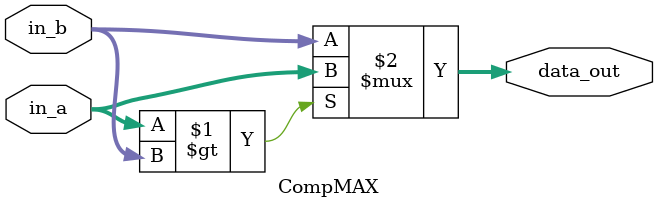
<source format=v>
module CompMAX #(
        parameter    INPUT_WIDTH  = 8,
        parameter    OUTPUT_WIDTH = 8
    ) (
        input  [INPUT_WIDTH - 1 : 0]    in_a,in_b,
        output [OUTPUT_WIDTH - 1 : 0]   data_out
    );

    assign data_out = in_a > in_b ? in_a : in_b;


endmodule  //module_name


</source>
